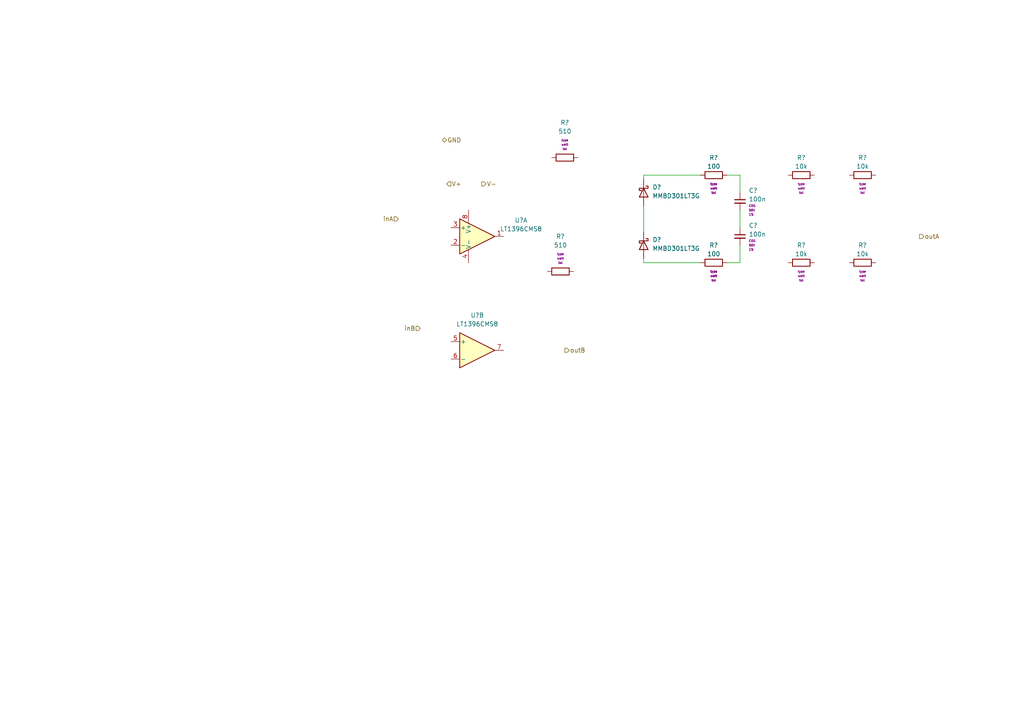
<source format=kicad_sch>
(kicad_sch (version 20211123) (generator eeschema)
  (paper "A4")
  (lib_symbols
    (symbol "000_SMD_Resitors:R_1206" (pin_numbers hide) (pin_names (offset 0))
      (property "Reference" "R" (at -2.54 0 90))
      (property "Value" "R_1206" (at 0 0 90))
      (property "type" "type" (at 3.81 0 90))
      (property "watt" "watt" (at 2.54 1.27 90))
      (property "tol" "tol" (at 2.54 -1.27 90))
      (symbol "R_1206_0_1"
        (rectangle (start -1.016 -2.54) (end 1.016 2.54) (stroke (width 0.254)))
      )
      (symbol "R_1206_1_1"
        (pin passive line (at 0 3.81 270) (length 1.27) (name "~") (number "1"))
        (pin passive line (at 0 -3.81 90) (length 1.27) (name "~") (number "2"))
      )
    )
    (symbol "010_SMD_Capacitors:C_1206" (pin_numbers hide) (pin_names (offset 0.254) hide)
      (property "Reference" "C" (at 1.905 1.905 0))
      (property "Value" "C_1206" (at 1.905 -0.635 0))
      (property "type" "type" (at 4.445 -3.81 0))
      (property "voltage" "volt" (at 3.175 -2.54 0))
      (property "tol" "tol" (at 5.715 -2.54 0))
      (symbol "C_1206_0_1"
        (polyline (pts (xy -1.524 -0.508) (xy 1.524 -0.508)) (stroke (width 0.3302)))
        (polyline (pts (xy -1.524 0.508) (xy 1.524 0.508)) (stroke (width 0.3048)))
      )
      (symbol "C_1206_1_1"
        (pin passive line (at 0 2.54 270) (length 2.032) (name "~") (number "1"))
        (pin passive line (at 0 -2.54 90) (length 2.032) (name "~") (number "2"))
      )
    )
    (symbol "110_Rectifier_Diodes:MMBD301LT3G" (pin_numbers hide) (pin_names (offset 1.016) hide)
      (property "Reference" "D" (at 0 2.54 0))
      (property "Value" "MMBD301LT3G" (at 0 -2.54 0))
      (symbol "MMBD301LT3G_0_1"
        (polyline (pts (xy 1.27 0) (xy -1.27 0)))
        (polyline (pts (xy 1.27 1.27) (xy 1.27 -1.27) (xy -1.27 0) (xy 1.27 1.27)) (stroke (width 0.254)))
        (polyline (pts (xy -1.905 0.635) (xy -1.905 1.27) (xy -1.27 1.27) (xy -1.27 -1.27) (xy -0.635 -1.27) (xy -0.635 -0.635)) (stroke (width 0.254)))
      )
      (symbol "MMBD301LT3G_1_1"
        (pin passive line (at 3.81 0 180) (length 2.54) (name "A") (number "1"))
        (pin passive line (at -3.81 0 0) (length 2.54) (name "K") (number "3"))
      )
    )
    (symbol "200_OPAMP:LT1396CMS8" (pin_names (offset 0.127)) (in_bom no) (on_board no)
      (property "Reference" "U" (at 0 7.62 0))
      (property "Value" "LT1396CMS8" (at 0 5.08 0))
      (symbol "LT1396CMS8_0_1"
        (polyline (pts (xy -5.08 5.08) (xy 5.08 0) (xy -5.08 -5.08) (xy -5.08 5.08)) (stroke (width 0.254)) (fill (type background)))
      )
      (symbol "LT1396CMS8_1_1"
        (pin output line (at 7.62 0 180) (length 2.54) (name "~") (number "1"))
        (pin input line (at -7.62 -2.54 0) (length 2.54) (name "-") (number "2"))
        (pin input line (at -7.62 2.54 0) (length 2.54) (name "+") (number "3"))
        (pin power_in line (at -2.54 -7.62 90) (length 3.81) (name "V-") (number "4"))
        (pin power_in line (at -2.54 7.62 270) (length 3.81) (name "V+") (number "8"))
      )
      (symbol "LT1396CMS8_2_1"
        (pin input line (at -7.62 2.54 0) (length 2.54) (name "+") (number "5"))
        (pin input line (at -7.62 -2.54 0) (length 2.54) (name "-") (number "6"))
        (pin output line (at 7.62 0 180) (length 2.54) (name "~") (number "7"))
      )
    )
  )
  (wire (pts (xy 186.69 59.69) (xy 186.69 67.31)))
  (wire (pts (xy 214.63 76.2) (xy 210.82 76.2)))
  (wire (pts (xy 186.69 52.07) (xy 186.69 50.8)))
  (wire (pts (xy 186.69 50.8) (xy 203.2 50.8)))
  (wire (pts (xy 214.63 50.8) (xy 214.63 55.88)))
  (wire (pts (xy 210.82 50.8) (xy 214.63 50.8)))
  (wire (pts (xy 214.63 60.96) (xy 214.63 66.04)))
  (wire (pts (xy 203.2 76.2) (xy 186.69 76.2)))
  (wire (pts (xy 186.69 74.93) (xy 186.69 76.2)))
  (wire (pts (xy 214.63 71.12) (xy 214.63 76.2)))
  (hierarchical_label "inB" (shape input) (at 121.92 95.25 180))
  (hierarchical_label "GND" (shape bidirectional) (at 128.27 40.64 0))
  (hierarchical_label "outB" (shape output) (at 163.83 101.6 0))
  (hierarchical_label "V-" (shape output) (at 139.7 53.34 0))
  (hierarchical_label "outA" (shape output) (at 266.7 68.58 0))
  (hierarchical_label "V+" (shape input) (at 129.54 53.34 0))
  (hierarchical_label "inA" (shape input) (at 115.57 63.5 180))
  (symbol (lib_id "010_SMD_Capacitors:C_1206") (at 214.63 68.58 0) (unit 1)
    (property "Reference" "C?" (at 217.17 65.4112 0) (effects (justify left)))
    (property "Value" "100n" (at 217.17 67.9512 0) (effects (justify left)))
    (property "Footprint" "Capacitor_SMD:C_1206_3216Metric" (effects hide))
    (property "Datasheet" "ds" (effects hide))
    (property "type" "C0G" (at 217.17 69.8563 0) (effects (font (size 0.635 0.635)) (justify left)))
    (property "voltage" "50V" (at 217.17 71.1263 0) (effects (font (size 0.635 0.635)) (justify left)))
    (property "tol" "1%" (at 217.17 72.3963 0) (effects (font (size 0.635 0.635)) (justify left)))
    (property "man" "man" (effects hide))
    (property "man_no" "man_no" (effects hide))
    (property "dist" "dist" (effects hide))
    (property "dist_no" "dist_no" (effects hide))
  )
  (symbol (lib_id "110_Rectifier_Diodes:MMBD301LT3G") (at 186.69 71.12 270) (unit 1)
    (property "Reference" "D?" (at 189.23 69.5324 90) (effects (justify left)))
    (property "Value" "MMBD301LT3G" (at 189.23 72.0724 90) (effects (justify left)))
    (property "Footprint" "Package_TO_SOT_SMD:SOT-23" (effects hide))
    (property "Datasheet" "https://www.onsemi.com/download/data-sheet/pdf/mbd301-d.pdf" (effects hide))
  )
  (symbol (lib_id "000_SMD_Resitors:R_1206") (at 250.19 50.8 270) (unit 1)
    (property "Reference" "R?" (at 250.19 45.72 90))
    (property "Value" "10k" (at 250.19 48.26 90))
    (property "Footprint" "Resistor_SMD:R_1206_3216Metric" (effects hide))
    (property "Datasheet" "ds" (effects hide))
    (property "type" "type" (at 250.19 53.34 90) (effects (font (size 0.635 0.635))))
    (property "watt" "watt" (at 250.19 54.61 90) (effects (font (size 0.635 0.635))))
    (property "tol" "tol" (at 250.19 55.88 90) (effects (font (size 0.635 0.635))))
    (property "man" "man" (effects hide))
    (property "man_no" "man_no" (effects hide))
    (property "dist" "dist" (effects hide))
    (property "dist_no" "dist_no" (effects hide))
  )
  (symbol (lib_id "010_SMD_Capacitors:C_1206") (at 214.63 58.42 0) (unit 1)
    (property "Reference" "C?" (at 217.17 55.2512 0) (effects (justify left)))
    (property "Value" "100n" (at 217.17 57.7912 0) (effects (justify left)))
    (property "Footprint" "Capacitor_SMD:C_1206_3216Metric" (effects hide))
    (property "Datasheet" "ds" (effects hide))
    (property "type" "C0G" (at 217.17 59.6963 0) (effects (font (size 0.635 0.635)) (justify left)))
    (property "voltage" "50V" (at 217.17 60.9663 0) (effects (font (size 0.635 0.635)) (justify left)))
    (property "tol" "1%" (at 217.17 62.2363 0) (effects (font (size 0.635 0.635)) (justify left)))
    (property "man" "man" (effects hide))
    (property "man_no" "man_no" (effects hide))
    (property "dist" "dist" (effects hide))
    (property "dist_no" "dist_no" (effects hide))
  )
  (symbol (lib_id "000_SMD_Resitors:R_1206") (at 163.83 45.72 270) (unit 1)
    (property "Reference" "R?" (at 163.83 35.56 90))
    (property "Value" "510" (at 163.83 38.1 90))
    (property "Footprint" "Resistor_SMD:R_1206_3216Metric" (effects hide))
    (property "Datasheet" "ds" (effects hide))
    (property "type" "type" (at 163.83 40.64 90) (effects (font (size 0.635 0.635))))
    (property "watt" "watt" (at 163.83 41.91 90) (effects (font (size 0.635 0.635))))
    (property "tol" "tol" (at 163.83 43.18 90) (effects (font (size 0.635 0.635))))
    (property "man" "man" (effects hide))
    (property "man_no" "man_no" (effects hide))
    (property "dist" "dist" (effects hide))
    (property "dist_no" "dist_no" (effects hide))
  )
  (symbol (lib_id "200_OPAMP:LT1396CMS8") (at 138.43 68.58 0) (unit 1) (in_bom no) (on_board no)
    (property "Reference" "U?" (at 151.13 63.881 0))
    (property "Value" "LT1396CMS8" (at 151.13 66.421 0))
    (property "Footprint" "Package_SO:MSOP-8_3x3mm_P0.65mm" (effects hide))
    (property "Datasheet" "https://www.analog.com/media/en/technical-documentation/tech-articles/lt-journal-article/LT1395_0200_Mag.pdf" (effects hide))
  )
  (symbol (lib_id "000_SMD_Resitors:R_1206") (at 250.19 76.2 270) (unit 1)
    (property "Reference" "R?" (at 250.19 71.12 90))
    (property "Value" "10k" (at 250.19 73.66 90))
    (property "Footprint" "Resistor_SMD:R_1206_3216Metric" (effects hide))
    (property "Datasheet" "ds" (effects hide))
    (property "type" "type" (at 250.19 78.74 90) (effects (font (size 0.635 0.635))))
    (property "watt" "watt" (at 250.19 80.01 90) (effects (font (size 0.635 0.635))))
    (property "tol" "tol" (at 250.19 81.28 90) (effects (font (size 0.635 0.635))))
    (property "man" "man" (effects hide))
    (property "man_no" "man_no" (effects hide))
    (property "dist" "dist" (effects hide))
    (property "dist_no" "dist_no" (effects hide))
  )
  (symbol (lib_id "000_SMD_Resitors:R_1206") (at 232.41 50.8 270) (unit 1)
    (property "Reference" "R?" (at 232.41 45.72 90))
    (property "Value" "10k" (at 232.41 48.26 90))
    (property "Footprint" "Resistor_SMD:R_1206_3216Metric" (effects hide))
    (property "Datasheet" "ds" (effects hide))
    (property "type" "type" (at 232.41 53.34 90) (effects (font (size 0.635 0.635))))
    (property "watt" "watt" (at 232.41 54.61 90) (effects (font (size 0.635 0.635))))
    (property "tol" "tol" (at 232.41 55.88 90) (effects (font (size 0.635 0.635))))
    (property "man" "man" (effects hide))
    (property "man_no" "man_no" (effects hide))
    (property "dist" "dist" (effects hide))
    (property "dist_no" "dist_no" (effects hide))
  )
  (symbol (lib_id "000_SMD_Resitors:R_1206") (at 162.56 78.74 270) (unit 1)
    (property "Reference" "R?" (at 162.56 68.58 90))
    (property "Value" "510" (at 162.56 71.12 90))
    (property "Footprint" "Resistor_SMD:R_1206_3216Metric" (effects hide))
    (property "Datasheet" "ds" (effects hide))
    (property "type" "type" (at 162.56 73.66 90) (effects (font (size 0.635 0.635))))
    (property "watt" "watt" (at 162.56 74.93 90) (effects (font (size 0.635 0.635))))
    (property "tol" "tol" (at 162.56 76.2 90) (effects (font (size 0.635 0.635))))
    (property "man" "man" (effects hide))
    (property "man_no" "man_no" (effects hide))
    (property "dist" "dist" (effects hide))
    (property "dist_no" "dist_no" (effects hide))
  )
  (symbol (lib_id "000_SMD_Resitors:R_1206") (at 207.01 50.8 270) (unit 1)
    (property "Reference" "R?" (at 207.01 45.72 90))
    (property "Value" "100" (at 207.01 48.26 90))
    (property "Footprint" "Resistor_SMD:R_1206_3216Metric" (effects hide))
    (property "Datasheet" "ds" (effects hide))
    (property "type" "type" (at 207.01 53.34 90) (effects (font (size 0.635 0.635))))
    (property "watt" "watt" (at 207.01 54.61 90) (effects (font (size 0.635 0.635))))
    (property "tol" "tol" (at 207.01 55.88 90) (effects (font (size 0.635 0.635))))
    (property "man" "man" (effects hide))
    (property "man_no" "man_no" (effects hide))
    (property "dist" "dist" (effects hide))
    (property "dist_no" "dist_no" (effects hide))
  )
  (symbol (lib_id "110_Rectifier_Diodes:MMBD301LT3G") (at 186.69 55.88 270) (unit 1)
    (property "Reference" "D?" (at 189.23 54.2924 90) (effects (justify left)))
    (property "Value" "MMBD301LT3G" (at 189.23 56.8324 90) (effects (justify left)))
    (property "Footprint" "Package_TO_SOT_SMD:SOT-23" (effects hide))
    (property "Datasheet" "https://www.onsemi.com/download/data-sheet/pdf/mbd301-d.pdf" (effects hide))
  )
  (symbol (lib_id "000_SMD_Resitors:R_1206") (at 232.41 76.2 270) (unit 1)
    (property "Reference" "R?" (at 232.41 71.12 90))
    (property "Value" "10k" (at 232.41 73.66 90))
    (property "Footprint" "Resistor_SMD:R_1206_3216Metric" (effects hide))
    (property "Datasheet" "ds" (effects hide))
    (property "type" "type" (at 232.41 78.74 90) (effects (font (size 0.635 0.635))))
    (property "watt" "watt" (at 232.41 80.01 90) (effects (font (size 0.635 0.635))))
    (property "tol" "tol" (at 232.41 81.28 90) (effects (font (size 0.635 0.635))))
    (property "man" "man" (effects hide))
    (property "man_no" "man_no" (effects hide))
    (property "dist" "dist" (effects hide))
    (property "dist_no" "dist_no" (effects hide))
  )
  (symbol (lib_id "200_OPAMP:LT1396CMS8") (at 138.43 101.6 0) (unit 2) (in_bom no) (on_board no)
    (property "Reference" "U?" (at 138.43 91.44 0))
    (property "Value" "LT1396CMS8" (at 138.43 93.98 0))
    (property "Footprint" "Package_SO:MSOP-8_3x3mm_P0.65mm" (effects hide))
    (property "Datasheet" "https://www.analog.com/media/en/technical-documentation/tech-articles/lt-journal-article/LT1395_0200_Mag.pdf" (effects hide))
  )
  (symbol (lib_id "000_SMD_Resitors:R_1206") (at 207.01 76.2 270) (unit 1)
    (property "Reference" "R?" (at 207.01 71.12 90))
    (property "Value" "100" (at 207.01 73.66 90))
    (property "Footprint" "Resistor_SMD:R_1206_3216Metric" (effects hide))
    (property "Datasheet" "ds" (effects hide))
    (property "type" "type" (at 207.01 78.74 90) (effects (font (size 0.635 0.635))))
    (property "watt" "watt" (at 207.01 80.01 90) (effects (font (size 0.635 0.635))))
    (property "tol" "tol" (at 207.01 81.28 90) (effects (font (size 0.635 0.635))))
    (property "man" "man" (effects hide))
    (property "man_no" "man_no" (effects hide))
    (property "dist" "dist" (effects hide))
    (property "dist_no" "dist_no" (effects hide))
  )
)
</source>
